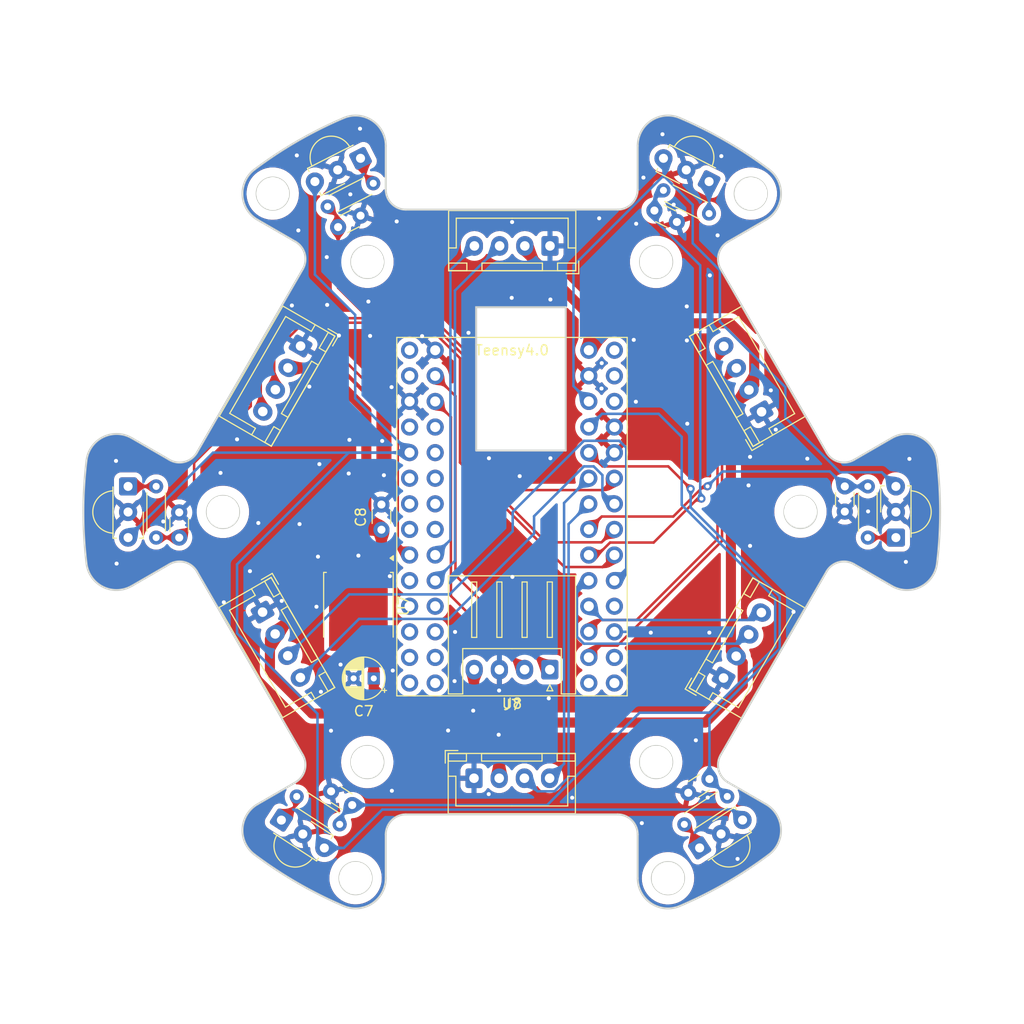
<source format=kicad_pcb>
(kicad_pcb (version 20221018) (generator pcbnew)
  (layers (0 "F.Cu" signal) (31 "B.Cu" signal) (34 "B.Paste" user) (35 "F.Paste" user) (36 "B.SilkS" user "B.Silkscreen") (37 "F.SilkS" user "F.Silkscreen") (38 "B.Mask" user) (39 "F.Mask" user) (44 "Edge.Cuts" user))
  (net 0 "")
  (net 1 "/IR1")
  (net 2 "GND")
  (net 3 "/IR2")
  (net 4 "/IR3")
  (net 5 "/IR4")
  (net 6 "/IR5")
  (net 7 "/IR6")
  (net 8 "+12V")
  (net 9 "+5V")
  (net 10 "/CAM1TX")
  (net 11 "/CAM1RX")
  (net 12 "/CAM2TX")
  (net 13 "/CAM2RX")
  (net 14 "/CAM3TX")
  (net 15 "/CAM3RX")
  (net 16 "/CAM4TX")
  (net 17 "/CAM4RX")
  (net 18 "/CAM5TX")
  (net 19 "/CAM5RX")
  (net 20 "/CAM6TX")
  (net 21 "/CAM6RX")
  (net 22 "/CAMTX")
  (net 23 "/CAMRX")
  (net 24 "Net-(U1-OUT)")
  (net 25 "Net-(U2-OUT)")
  (net 26 "Net-(U3-OUT)")
  (net 27 "Net-(U4-OUT)")
  (net 28 "Net-(U5-OUT)")
  (net 29 "Net-(U6-OUT)")
  (net 30 "+3.3V")
  (footprint "Capacitor_THT:C_Disc_D3.0mm_W1.6mm_P2.50mm" (layer "F.Cu") (at 171.990339 128.097201 -147)
    (fp_text reference "C3" hide)
    (fp_text value "C_Small" hide)
  )
  (footprint "OptoDevice:Vishay_MINICAST-3Pin" (layer "F.Cu") (at 190.491 104.14 90)
    (fp_text reference "U2" hide)
    (fp_text value "TSSP58P38" hide)
  )
  (footprint "Teensy_Breakout:Teensy_Brakeout" (layer "F.Cu") (at 152.4 101.6)
    (fp_text reference "U8")
    (fp_text value "Teensy4.0")
  )
  (footprint "Package_TO_SOT_SMD:TO-252-2" (layer "F.Cu") (at 137.161 110.905 -90)
    (fp_text reference "U7")
    (fp_text value "AZ1084-5.0")
  )
  (footprint "Capacitor_THT:C_Disc_D3.0mm_W1.6mm_P2.50mm" (layer "F.Cu") (at 166.53 71.69 -27)
    (fp_text reference "C1" hide)
    (fp_text value "C_Small" hide)
  )
  (footprint "Resistor_THT:R_Axial_DIN0204_L3.6mm_D1.6mm_P5.08mm_Horizontal" (layer "F.Cu") (at 131.040751 129.82672 -33)
    (fp_text reference "R4" hide)
    (fp_text value "R" hide)
  )
  (footprint "MountingHole:MountingHole_3.2mm_M3" (layer "F.Cu") (at 136.88 137.93)
    (fp_text reference "REF**" hide)
    (fp_text value "MountingHole_3.2mm_M3" hide)
  )
  (footprint "Connector_JST:JST_XH_S4B-XH-A_1x04_P2.50mm_Horizontal" (layer "F.Cu") (at 156.15 117.242 180)
    (fp_text reference "J7")
    (fp_text value "Conn_01x04_Socket")
  )
  (footprint "Capacitor_THT:C_Disc_D3.0mm_W1.6mm_P2.50mm" (layer "F.Cu") (at 139.446 103.358 90)
    (fp_text reference "C8")
    (fp_text value "C")
  )
  (footprint "Resistor_THT:R_Axial_DIN0204_L3.6mm_D1.6mm_P5.08mm_Horizontal" (layer "F.Cu") (at 117.094 99.06 -90)
    (fp_text reference "R5" hide)
    (fp_text value "R" hide)
  )
  (footprint "Resistor_THT:R_Axial_DIN0204_L3.6mm_D1.6mm_P5.08mm_Horizontal" (layer "F.Cu") (at 138.634568 68.988988 -153)
    (fp_text reference "R6" hide)
    (fp_text value "R" hide)
  )
  (footprint "MountingHole:MountingHole_3.2mm_M3" (layer "F.Cu") (at 138.06 76.78)
    (fp_text reference "REF**" hide)
    (fp_text value "MountingHole_3.2mm_M3" hide)
  )
  (footprint "MountingHole:MountingHole_3.2mm_M3" (layer "F.Cu") (at 138.04 126.41)
    (fp_text reference "REF**" hide)
    (fp_text value "MountingHole_3.2mm_M3" hide)
  )
  (footprint "OptoDevice:Vishay_MINICAST-3Pin" (layer "F.Cu") (at 114.309 99.06 -90)
    (fp_text reference "U5" hide)
    (fp_text value "TSSP58P38" hide)
  )
  (footprint "Resistor_THT:R_Axial_DIN0204_L3.6mm_D1.6mm_P5.08mm_Horizontal" (layer "F.Cu") (at 169.498803 132.593486 33)
    (fp_text reference "R3" hide)
    (fp_text value "R" hide)
  )
  (footprint "Connector_JST:JST_XH_B4B-XH-A_1x04_P2.50mm_Vertical" (layer "F.Cu") (at 148.63 128.016)
    (fp_text reference "J4" hide)
    (fp_text value "Conn_01x04_Socket" hide)
  )
  (footprint "Connector_JST:JST_XH_B4B-XH-A_1x04_P2.50mm_Vertical" (layer "F.Cu") (at 177.161927 91.656916 120)
    (fp_text reference "J2" hide)
    (fp_text value "Conn_01x04_Socket" hide)
  )
  (footprint "Connector_JST:JST_XH_B4B-XH-A_1x04_P2.50mm_Vertical" (layer "F.Cu") (at 131.422795 85.135584 -120)
    (fp_text reference "J6" hide)
    (fp_text value "Conn_01x04_Socket" hide)
  )
  (footprint "Capacitor_THT:CP_Radial_D4.0mm_P2.00mm" (layer "F.Cu") (at 138.684 118.11 180)
    (fp_text reference "C7")
    (fp_text value "C")
  )
  (footprint "MountingHole:MountingHole_3.2mm_M3" (layer "F.Cu") (at 123.72 101.59)
    (fp_text reference "REF**" hide)
    (fp_text value "MountingHole_3.2mm_M3" hide)
  )
  (footprint "Capacitor_THT:C_Disc_D3.0mm_W1.6mm_P2.50mm" (layer "F.Cu") (at 119.38 104.14 90)
    (fp_text reference "C5" hide)
    (fp_text value "C_Small" hide)
  )
  (footprint "Capacitor_THT:C_Disc_D3.0mm_W1.6mm_P2.50mm" (layer "F.Cu") (at 136.546242 130.676285 147)
    (fp_text reference "C4" hide)
    (fp_text value "C_Small" hide)
  )
  (footprint "Resistor_THT:R_Axial_DIN0204_L3.6mm_D1.6mm_P5.08mm_Horizontal" (layer "F.Cu") (at 171.95 71.99 153)
    (fp_text reference "R1" hide)
    (fp_text value "R" hide)
  )
  (footprint "Connector_JST:JST_XH_B4B-XH-A_1x04_P2.50mm_Vertical" (layer "F.Cu") (at 173.391927 118.072916 60)
    (fp_text reference "J3" hide)
    (fp_text value "Conn_01x04_Socket" hide)
  )
  (footprint "OptoDevice:Vishay_MINICAST-3Pin" (layer "F.Cu") (at 129.51903 132.169965 -33)
    (fp_text reference "U4" hide)
    (fp_text value "TSSP58P38" hide)
  )
  (footprint "MountingHole:MountingHole_3.2mm_M3" (layer "F.Cu") (at 181.02 101.57)
    (fp_text reference "REF**" hide)
    (fp_text value "MountingHole_3.2mm_M3" hide)
  )
  (footprint "MountingHole:MountingHole_3.2mm_M3" (layer "F.Cu") (at 166.7 76.79)
    (fp_text reference "REF**" hide)
    (fp_text value "MountingHole_3.2mm_M3" hide)
  )
  (footprint "OptoDevice:Vishay_MINICAST-3Pin" (layer "F.Cu") (at 137.370204 66.507535 -153)
    (fp_text reference "U6" hide)
    (fp_text value "TSSP58P38" hide)
  )
  (footprint "MountingHole:MountingHole_3.2mm_M3" (layer "F.Cu") (at 128.66 70.01)
    (fp_text reference "REF**" hide)
    (fp_text value "MountingHole_3.2mm_M3" hide)
  )
  (footprint "OptoDevice:Vishay_MINICAST-3Pin" (layer "F.Cu") (at 171.956109 68.813806 153)
    (fp_text reference "U1" hide)
    (fp_text value "TSSP58P38" hide)
  )
  (footprint "Connector_JST:JST_XH_B4B-XH-A_1x04_P2.50mm_Vertical" (layer "F.Cu") (at 156.17 75.201 180)
    (fp_text reference "J1" hide)
    (fp_text value "Conn_01x04_Socket" hide)
  )
  (footprint "MountingHole:MountingHole_3.2mm_M3" (layer "F.Cu") (at 176.1 70.01)
    (fp_text reference "REF**" hide)
    (fp_text value "MountingHole_3.2mm_M3" hide)
  )
  (footprint "OptoDevice:Vishay_MINICAST-3Pin" (layer "F.Cu") (at 171.015622 134.929184 33)
    (fp_text reference "U3" hide)
    (fp_text value "TSSP58P38" hide)
  )
  (footprint "Resistor_THT:R_Axial_DIN0204_L3.6mm_D1.6mm_P5.08mm_Horizontal" (layer "F.Cu") (at 187.706 104.14 90)
    (fp_text reference "R2" hide)
    (fp_text value "R" hide)
  )
  (footprint "MountingHole:MountingHole_3.2mm_M3" (layer "F.Cu") (at 166.71 126.41)
    (fp_text reference "REF**" hide)
    (fp_text value "MountingHole_3.2mm_M3" hide)
  )
  (footprint "Capacitor_THT:C_Disc_D3.0mm_W1.6mm_P2.50mm" (layer "F.Cu") (at 135.146077 73.3321 27)
    (fp_text reference "C6" hide)
    (fp_text value "C_Small" hide)
  )
  (footprint "Connector_JST:JST_XH_B4B-XH-A_1x04_P2.50mm_Vertical" (layer "F.Cu") (at 127.652795 111.534584 -60)
    (fp_text reference "J5" hide)
    (fp_text value "Conn_01x04_Socket" hide)
  )
  (footprint "MountingHole:MountingHole_3.2mm_M3" (layer "F.Cu") (at 167.88 137.94)
    (fp_text reference "REF**" hide)
    (fp_text value "MountingHole_3.2mm_M3" hide)
  )
  (footprint "Capacitor_THT:C_Disc_D3.0mm_W1.6mm_P2.50mm" (layer "F.Cu") (at 185.42 99.06 -90)
    (fp_text reference "C2" hide)
    (fp_text value "C_Small" hide)
  )
  (gr_arc (start 114.660347 108.940714) (mid 111.819316 109.026219) (end 110.182049 106.702828) (stroke (width 0.2)) (layer "Edge.Cuts"))
  (gr_line (start 139.874611 69.600128) (end 139.874611 65.268324) (stroke (width 0.2)) (layer "Edge.Cuts"))
  (gr_arc (start 126.859265 67.611644) (mid 131.124613 64.794048) (end 135.697396 62.508946) (stroke (width 0.2)) (layer "Edge.Cuts"))
  (gr_circle (center 138.049218 76.787562) (end 136.449219 76.787563) (stroke (width 0.2)) (fill none) (layer "Edge.Cuts"))
  (gr_line (start 141.874611 131.600128) (end 162.874611 131.600129) (stroke (width 0.2)) (layer "Edge.Cuts"))
  (gr_arc (start 121.143848 95.693395) (mid 119.92944 96.625252) (end 118.411801 96.425446) (stroke (width 0.2)) (layer "Edge.Cuts"))
  (gr_line (start 173.105374 125.693397) (end 183.605374 107.506861) (stroke (width 0.2)) (layer "Edge.Cuts"))
  (gr_arc (start 135.697399 140.69131) (mid 131.124613 138.406208) (end 126.859265 135.588609) (stroke (width 0.2)) (layer "Edge.Cuts"))
  (gr_line (start 118.411801 96.425446) (end 114.660346 94.259544) (stroke (width 0.2)) (layer "Edge.Cuts"))
  (gr_arc (start 164.874611 65.268325) (mid 166.221076 62.765159) (end 169.051828 62.508947) (stroke (width 0.2)) (layer "Edge.Cuts"))
  (gr_arc (start 190.088877 94.259544) (mid 192.929914 94.174035) (end 194.567176 96.49743) (stroke (width 0.2)) (layer "Edge.Cuts"))
  (gr_arc (start 169.051828 140.69131) (mid 166.221078 140.435096) (end 164.874611 137.931933) (stroke (width 0.2)) (layer "Edge.Cuts"))
  (gr_circle (center 128.660348 70.010833) (end 127.060347 70.010833) (stroke (width 0.2)) (fill none) (layer "Edge.Cuts"))
  (gr_arc (start 173.105374 77.506863) (mid 172.905571 75.989222) (end 173.837425 74.774809) (stroke (width 0.2)) (layer "Edge.Cuts"))
  (gr_circle (center 138.049 126.412564) (end 136.448999 126.412562) (stroke (width 0.2)) (fill none) (layer "Edge.Cuts"))
  (gr_circle (center 176.088877 70.010833) (end 174.488876 70.010832) (stroke (width 0.2)) (fill none) (layer "Edge.Cuts"))
  (gr_arc (start 110.182049 106.702828) (mid 109.874613 101.600129) (end 110.182049 96.497429) (stroke (width 0.2)) (layer "Edge.Cuts"))
  (gr_line (start 164.874611 133.600129) (end 164.874611 137.931933) (stroke (width 0.2)) (layer "Edge.Cuts"))
  (gr_arc (start 141.874611 71.600128) (mid 140.460399 71.014341) (end 139.874611 69.600128) (stroke (width 0.2)) (layer "Edge.Cuts"))
  (gr_arc (start 169.051828 62.508947) (mid 173.624612 64.794049) (end 177.88996 67.611645) (stroke (width 0.2)) (layer "Edge.Cuts"))
  (gr_line (start 139.874611 137.931932) (end 139.874611 133.600128) (stroke (width 0.2)) (layer "Edge.Cuts"))
  (gr_line (start 190.088877 94.259544) (end 186.337426 96.425446) (stroke (width 0.2)) (layer "Edge.Cuts"))
  (gr_arc (start 177.588878 130.591346) (mid 179.08345 133.009003) (end 177.88996 135.588611) (stroke (width 0.2)) (layer "Edge.Cuts"))
  (gr_line (start 114.660347 108.940714) (end 118.411799 106.774809) (stroke (width 0.2)) (layer "Edge.Cuts"))
  (gr_line (start 164.874611 65.268325) (end 164.874611 69.600129) (stroke (width 0.2)) (layer "Edge.Cuts"))
  (gr_rect (start 148.844 81.28) (end 157.734 95.504) (stroke (width 0.2)) (fill none) (layer "Edge.Cuts"))
  (gr_circle (center 181.025619 101.600258) (end 179.425619 101.600257) (stroke (width 0.2)) (fill none) (layer "Edge.Cuts"))
  (gr_circle (center 166.700227 76.78769) (end 165.100225 76.78769) (stroke (width 0.2)) (fill none) (layer "Edge.Cuts"))
  (gr_arc (start 194.567176 96.49743) (mid 194.874612 101.600129) (end 194.567176 106.702828) (stroke (width 0.2)) (layer "Edge.Cuts"))
  (gr_arc (start 127.160346 72.608908) (mid 125.665772 70.191251) (end 126.859265 67.611644) (stroke (width 0.2)) (layer "Edge.Cuts"))
  (gr_line (start 173.837425 74.774809) (end 177.588878 72.608908) (stroke (width 0.2)) (layer "Edge.Cuts"))
  (gr_line (start 177.588878 130.591346) (end 173.837427 128.425446) (stroke (width 0.2)) (layer "Edge.Cuts"))
  (gr_line (start 121.143848 107.506862) (end 131.643851 125.693397) (stroke (width 0.2)) (layer "Edge.Cuts"))
  (gr_arc (start 194.567176 106.702828) (mid 192.929912 109.026222) (end 190.088877 108.940714) (stroke (width 0.2)) (layer "Edge.Cuts"))
  (gr_arc (start 164.874611 69.600129) (mid 164.288825 71.014344) (end 162.874611 71.600128) (stroke (width 0.2)) (layer "Edge.Cuts"))
  (gr_arc (start 118.411799 106.774809) (mid 119.929442 106.574996) (end 121.143848 107.506862) (stroke (width 0.2)) (layer "Edge.Cuts"))
  (gr_line (start 127.160346 72.608908) (end 130.9118 74.774808) (stroke (width 0.2)) (layer "Edge.Cuts"))
  (gr_line (start 162.874611 71.600128) (end 141.874611 71.600128) (stroke (width 0.2)) (layer "Edge.Cuts"))
  (gr_arc (start 183.605374 107.506861) (mid 184.819787 106.575011) (end 186.337426 106.774808) (stroke (width 0.2)) (layer "Edge.Cuts"))
  (gr_arc (start 135.697396 62.508946) (mid 138.528149 62.76516) (end 139.874611 65.268324) (stroke (width 0.2)) (layer "Edge.Cuts"))
  (gr_arc (start 177.88996 67.611645) (mid 179.083447 70.191254) (end 177.588878 72.608908) (stroke (width 0.2)) (layer "Edge.Cuts"))
  (gr_circle (center 136.874612 137.931934) (end 135.274612 137.931933) (stroke (width 0.2)) (fill none) (layer "Edge.Cuts"))
  (gr_line (start 183.605374 95.693395) (end 173.105374 77.506863) (stroke (width 0.2)) (layer "Edge.Cuts"))
  (gr_arc (start 126.859265 135.588609) (mid 125.66578 133.009004) (end 127.160346 130.591347) (stroke (width 0.2)) (layer "Edge.Cuts"))
  (gr_arc (start 139.874611 137.931932) (mid 138.528146 140.43509) (end 135.697399 140.69131) (stroke (width 0.2)) (layer "Edge.Cuts"))
  (gr_circle (center 167.874613 137.931934) (end 166.274611 137.931932) (stroke (width 0.2)) (fill none) (layer "Edge.Cuts"))
  (gr_arc (start 131.643851 125.693397) (mid 131.843674 127.211049) (end 130.9118 128.425446) (stroke (width 0.2)) (layer "Edge.Cuts"))
  (gr_line (start 130.9118 128.425446) (end 127.160346 130.591347) (stroke (width 0.2)) (layer "Edge.Cuts"))
  (gr_line (start 186.337426 106.774808) (end 190.088877 108.940714) (stroke (width 0.2)) (layer "Edge.Cuts"))
  (gr_arc (start 186.337426 96.425446) (mid 184.819787 96.625247) (end 183.605374 95.693395) (stroke (width 0.2)) (layer "Edge.Cuts"))
  (gr_arc (start 173.837427 128.425446) (mid 172.905575 127.211035) (end 173.105374 125.693397) (stroke (width 0.2)) (layer "Edge.Cuts"))
  (gr_arc (start 110.182049 96.497429) (mid 111.819313 94.174033) (end 114.660346 94.259544) (stroke (width 0.2)) (layer "Edge.Cuts"))
  (gr_arc (start 162.874611 131.600129) (mid 164.288825 132.185915) (end 164.874611 133.600129) (stroke (width 0.2)) (layer "Edge.Cuts"))
  (gr_arc (start 139.874611 133.600128) (mid 140.460398 132.185915) (end 141.874611 131.600128) (stroke (width 0.2)) (layer "Edge.Cuts"))
  (gr_line (start 131.643851 77.506863) (end 121.143848 95.693395) (stroke (width 0.2)) (layer "Edge.Cuts"))
  (gr_arc (start 130.9118 74.774808) (mid 131.843652 75.989222) (end 131.643851 77.506863) (stroke (width 0.2)) (layer "Edge.Cuts"))
  (gr_circle (center 123.723604 101.600003) (end 122.123604 101.6) (stroke (width 0.2)) (fill none) (layer "Edge.Cuts"))
  (gr_arc (start 177.88996 135.588611) (mid 173.624612 138.406207) (end 169.051828 140.69131) (stroke (width 0.2)) (layer "Edge.Cuts"))
  (gr_circle (center 166.700007 126.412692) (end 165.100007 126.412692) (stroke (width 0.2)) (fill none) (layer "Edge.Cuts"))
  (segment (start 162.13 104.63) (end 166.456396 104.63) (width 0.25) (layer "F.Cu") (net 1))
  (segment (start 166.456396 104.63) (end 170.808743 100.277653) (width 0.25) (layer "F.Cu") (net 1))
  (segment (start 170.808743 100.277653) (end 171.197653 100.277653) (width 0.25) (layer "F.Cu") (net 1))
  (segment (start 160.02 105.87) (end 160.89 105.87) (width 0.25) (layer "F.Cu") (net 1))
  (segment (start 160.89 105.87) (end 162.13 104.63) (width 0.25) (layer "F.Cu") (net 1))
  (via (at 171.197653 100.277653) (size 0.8) (drill 0.4) (layers "F.Cu" "B.Cu") (net 1))
  (segment (start 166.53 70.577415) (end 166.53 71.69) (width 0.25) (layer "B.Cu") (net 1))
  (segment (start 171.075 100.155) (end 171.075 77.123721) (width 0.25) (layer "B.Cu") (net 1))
  (segment (start 166.53 72.578721) (end 166.53 71.69) (width 0.25) (layer "B.Cu") (net 1))
  (segment (start 171.197653 100.277653) (end 171.075 100.155) (width 0.25) (layer "B.Cu") (net 1))
  (segment (start 167.423687 69.683728) (end 166.53 70.577415) (width 0.25) (layer "B.Cu") (net 1))
  (segment (start 171.075 77.123721) (end 166.53 72.578721) (width 0.25) (layer "B.Cu") (net 1))
  (via (at 153.162 98.044) (size 0.8) (drill 0.4) (layers "F.Cu" "B.Cu") (net 2))
  (via (at 169.79 92.84) (size 0.8) (drill 0.4) (layers "F.Cu" "B.Cu") (net 2))
  (via (at 173.17 66.29) (size 0.8) (drill 0.4) (layers "F.Cu" "B.Cu") (net 2))
  (via (at 178.08 89.53) (size 0.8) (drill 0.4) (layers "F.Cu" "B.Cu") (net 2))
  (via (at 138.32 84.13) (size 0.8) (drill 0.4) (layers "F.Cu" "B.Cu") (net 2))
  (via (at 158.37 129.95) (size 0.8) (drill 0.4) (layers "F.Cu" "B.Cu") (net 2))
  (via (at 136.2 97.78) (size 0.8) (drill 0.4) (layers "F.Cu" "B.Cu") (net 2))
  (via (at 174.78 136.02) (size 0.8) (drill 0.4) (layers "F.Cu" "B.Cu") (net 2))
  (via (at 152.41 72.83) (size 0.8) (drill 0.4) (layers "F.Cu" "B.Cu") (net 2))
  (via (at 135.23 84.09) (size 0.8) (drill 0.4) (layers "F.Cu" "B.Cu") (net 2))
  (via (at 156.21 96.266) (size 0.8) (drill 0.4) (layers "F.Cu" "B.Cu") (net 2))
  (via (at 181.7 96.31) (size 0.8) (drill 0.4) (layers "F.Cu" "B.Cu") (net 2))
  (via (at 130.56 81.11) (size 0.8) (drill 0.4) (layers "F.Cu" "B.Cu") (net 2))
  (via (at 156.21 80.518) (size 0.8) (drill 0.4) (layers "F.Cu" "B.Cu") (net 2))
  (via (at 131.05 66.22) (size 0.8) (drill 0.4) (layers "F.Cu" "B.Cu") (net 2))
  (via (at 140.96 72.77) (size 0.8) (drill 0.4) (layers "F.Cu" "B.Cu") (net 2))
  (via (at 169.74 81.2) (size 0.8) (drill 0.4) (layers "F.Cu" "B.Cu") (net 2))
  (via (at 127.23 102.69) (size 0.8) (drill 0.4) (layers "F.Cu" "B.Cu") (net 2))
  (via (at 140.28 107.97) (size 0.8) (drill 0.4) (layers "F.Cu" "B.Cu") (net 2))
  (via (at 133.15 106.03) (size 0.8) (drill 0.4) (layers "F.Cu" "B.Cu") (net 2))
  (via (at 131.32 102.8) (size 0.8) (drill 0.4) (layers "F.Cu" "B.Cu") (net 2))
  (via (at 150.114 96.266) (size 0.8) (drill 0.4) (layers "F.Cu" "B.Cu") (net 2))
  (via (at 146.7 118.38) (size 0.8) (drill 0.4) (layers "F.Cu" "B.Cu") (net 2))
  (via (at 146.06 123.28) (size 0.8) (drill 0.4) (layers "F.Cu" "B.Cu") (net 2))
  (via (at 161.3 86.83) (size 0.8) (drill 0.4) (layers "F.Cu" "B.Cu") (net 2))
  (via (at 148.55 121.31) (size 0.8) (drill 0.4) (layers "F.Cu" "B.Cu") (net 2))
  (via (at 171.82 129.93) (size 0.8) (drill 0.4) (layers "F.Cu" "B.Cu") (net 2))
  (via (at 133.29 96.85) (size 0.8) (drill 0.4) (layers "F.Cu" "B.Cu") (net 2))
  (via (at 176.02 96.13) (size 0.8) (drill 0.4) (layers "F.Cu" "B.Cu") (net 2))
  (via (at 113.17 106.72) (size 0.8) (drill 0.4) (layers "F.Cu" "B.Cu") (net 2))
  (via (at 176.02 104.96) (size 0.8) (drill 0.4) (layers "F.Cu" "B.Cu") (net 2))
  (via (at 129.55 110.42) (size 0.8) (drill 0.4) (layers "F.Cu" "B.Cu") (net 2))
  (via (at 161.28 89.35) (size 0.8) (drill 0.4) (layers "F.Cu" "B.Cu") (net 2))
  (via (at 131.2 73.66) (size 0.8) (drill 0.4) (layers "F.Cu" "B.Cu") (net 2))
  (via (at 148.082 83.82) (size 0.8) (drill 0.4) (layers "F.Cu" "B.Cu") (net 2))
  (via (at 123.48 97.72) (size 0.8) (drill 0.4) (layers "F.Cu" "B.Cu") (net 2))
  (via (at 168.44 71.11) (size 0.8) (drill 0.4) (layers "F.Cu" "B.Cu") (net 2))
  (via (at 165.44 68.42) (size 0.8) (drill 0.4) (layers "F.Cu" "B.Cu") (net 2))
  (via (at 178.57 93.43) (size 0.8) (drill 0.4) (layers "F.Cu" "B.Cu") (net 2))
  (via (at 164.72 73) (size 0.8) (drill 0.4) (layers "F.Cu" "B.Cu") (net 2))
  (via (at 113.11 96.53) (size 0.8) (drill 0.4) (layers "F.Cu" "B.Cu") (net 2))
  (via (at 123.81 110.56) (size 0.8) (drill 0.4) (layers "F.Cu" "B.Cu") (net 2))
  (via (at 134.44 123.3) (size 0.8) (drill 0.4) (layers "F.Cu" "B.Cu") (net 2))
  (via (at 191.83 96.33) (size 0.8) (drill 0.4) (layers "F.Cu" "B.Cu") (net 2))
  (via (at 132.29 89.16) (size 0.8) (drill 0.4) (layers "F.Cu" "B.Cu") (net 2))
  (via (at 140.48 129.26) (size 0.8) (drill 0.4) (layers "F.Cu" "B.Cu") (net 2))
  (via (at 191.48 106.55) (size 0.8) (drill 0.4) (layers "F.Cu" "B.Cu") (net 2))
  (via (at 136.36 70.08) (size 0.8) (drill 0.4) (layers "F.Cu" "B.Cu") (net 2))
  (via (at 171.98 113.57) (size 0.8) (drill 0.4) (layers "F.Cu" "B.Cu") (net 2))
  (via (at 151.08 123.7) (size 0.8) (drill 0.4) (layers "F.Cu" "B.Cu") (net 2))
  (via (at 172.8 74.15) (size 0.8) (drill 0.4) (layers "F.Cu" "B.Cu") (net 2))
  (via (at 139.52 94.55) (size 0.8) (drill 0.4) (layers "F.Cu" "B.Cu") (net 2))
  (via (at 152.37 80.35) (size 0.8) (drill 0.4) (layers "F.Cu" "B.Cu") (net 2))
  (via (at 180.33 111.51) (size 0.8) (drill 0.4) (layers "F.Cu" "B.Cu") (net 2))
  (via (at 161.05 72.46) (size 0.8) (drill 0.4) (layers "F.Cu" "B.Cu") (net 2))
  (via (at 133.44 119.44) (size 0.8) (drill 0.4) (layers "F.Cu" "B.Cu") (net 2))
  (via (at 175.87 98.96) (size 0.8) (drill 0.4) (layers "F.Cu" "B.Cu") (net 2))
  (via (at 138.15 80.72) (size 0.8) (drill 0.4) (layers "F.Cu" "B.Cu") (net 2))
  (via (at 135.39 116.74) (size 0.8) (drill 0.4) (layers "F.Cu" "B.Cu") (net 2))
  (via (at 164.48 84.52) (size 0.8) (drill 0.4) (layers "F.Cu" "B.Cu") (net 2))
  (via (at 139.69 97.95) (size 0.8) (drill 0.4) (layers "F.Cu" "B.Cu") (net 2))
  (via (at 133 111) (size 0.8) (drill 0.4) (layers "F.Cu" "B.Cu") (net 2))
  (via (at 140.57 117.33) (size 0.8) (drill 0.4) (layers "F.Cu" "B.Cu") (net 2))
  (via (at 164.69 90.66) (size 0.8) (drill 0.4) (layers "F.Cu" "B.Cu") (net 2))
  (via (at 150.09 129.59) (size 0.8) (drill 0.4) (layers "F.Cu" "B.Cu") (net 2))
  (via (at 187.73 101.54) (size 0.8) (drill 0.4) (layers "F.Cu" "B.Cu") (net 2))
  (via (at 125.12 94.39) (size 0.8) (drill 0.4) (layers "F.Cu" "B.Cu") (net 2))
  (via (at 137.16 105.93) (size 0.8) (drill 0.4) (layers "F.Cu" "B.Cu") (net 2))
  (via (at 169.75 84.58) (size 0.8) (drill 0.4) (layers "F.Cu" "B.Cu") (net 2))
  (via (at 167.33 64.12) (size 0.8) (drill 0.4) (layers "F.Cu" "B.Cu") (net 2))
  (via (at 172.03 78.12) (size 0.8) (drill 0.4) (layers "F.Cu" "B.Cu") (net 2))
  (via (at 146.75 113.5) (size 0.8) (drill 0.4) (layers "F.Cu" "B.Cu") (net 2))
  (via (at 140.45 89.21) (size 0.8) (drill 0.4) (layers "F.Cu" "B.Cu") (net 2))
  (via (at 117.8 102.54) (size 0.8) (drill 0.4) (layers "F.Cu" "B.Cu") (net 2))
  (via (at 156.05 120.09) (size 0.8) (drill 0.4) (layers "F.Cu" "B.Cu") (net 2))
  (via (at 134.02 76.31) (size 0.8) (drill 0.4) (layers "F.Cu" "B.Cu") (net 2))
  (via (at 137.32 63.57) (size 0.8) (drill 0.4) (layers "F.Cu" "B.Cu") (net 2))
  (via (at 126.4 107.47) (size 0.8) (drill 0.4) (layers "F.Cu" "B.Cu") (net 2))
  (via (at 143.48 84.15) (size 0.8) (drill 0.4) (layers "F.Cu" "B.Cu") (net 2))
  (via (at 134.06 81.05) (size 0.8) (drill 0.4) (layers "F.Cu" "B.Cu") (net 2))
  (via (at 151.12 119.31) (size 0.8) (drill 0.4) (layers "F.Cu" "B.Cu") (net 2))
  (via (at 170.64 124.25) (size 0.8) (drill 0.4) (layers "F.Cu" "B.Cu") (net 2))
  (via (at 166.17 113.57) (size 0.8) (drill 0.4) (layers "F.Cu" "B.Cu") (net 2))
  (via (at 152.44 108.04) (size 0.8) (drill 0.4) (layers "F.Cu" "B.Cu") (net 2))
  (via (at 136.27 94.44) (size 0.8) (drill 0.4) (layers "F.Cu" "B.Cu") (net 2))
  (via (at 165.28 132.47) (size 0.8) (drill 0.4) (layers "F.Cu" "B.Cu") (net 2))
  (segment (start 166.09 113.49) (end 166.17 113.57) (width 0.25) (layer "B.Cu") (net 2))
  (segment (start 162.56 113.49) (end 166.09 113.49) (width 0.25) (layer "B.Cu") (net 2))
  (segment (start 171.4 99.05) (end 168.4 102.05) (width 0.25) (layer "F.Cu") (net 3))
  (segment (start 168.4 102.05) (end 161.3 102.05) (width 0.25) (layer "F.Cu") (net 3))
  (segment (start 171.8 99.05) (end 171.4 99.05) (width 0.25) (layer "F.Cu") (net 3))
  (segment (start 161.3 102.05) (end 160.02 103.33) (width 0.25) (layer "F.Cu") (net 3))
  (via (at 171.8 99.05) (size 0.8) (drill 0.4) (layers "F.Cu" "B.Cu") (net 3))
  (segment (start 171.8 99.05) (end 173.27 97.58) (width 0.25) (layer "B.Cu") (net 3))
  (segment (start 183.94 97.58) (end 185.42 99.06) (width 0.25) (layer "B.Cu") (net 3))
  (segment (start 187.706 99.06) (end 185.42 99.06) (width 0.25) (layer "B.Cu") (net 3))
  (segment (start 173.27 97.58) (end 183.94 97.58) (width 0.25) (layer "B.Cu") (net 3))
  (segment (start 161.385 97.075) (end 167.905 97.075) (width 0.25) (layer "F.Cu") (net 4))
  (segment (start 160.02 95.71) (end 161.385 97.075) (width 0.25) (layer "F.Cu") (net 4))
  (segment (start 167.905 97.075) (end 170.127347 99.297347) (width 0.25) (layer "F.Cu") (net 4))
  (segment (start 173.759249 129.82672) (end 173.719858 129.82672) (width 0.25) (layer "F.Cu") (net 4))
  (via (at 170.127347 99.297347) (size 0.8) (drill 0.4) (layers "F.Cu" "B.Cu") (net 4))
  (segment (start 178.96111 109.984714) (end 178.96111 115.167129) (width 0.25) (layer "B.Cu") (net 4))
  (segment (start 171.990339 122.1379) (end 171.990339 128.097201) (width 0.25) (layer "B.Cu") (net 4))
  (segment (start 172.02973 128.097201) (end 173.759249 129.82672) (width 0.25) (layer "B.Cu") (net 4))
  (segment (start 171.990339 128.097201) (end 172.02973 128.097201) (width 0.25) (layer "B.Cu") (net 4))
  (segment (start 170.127347 101.150951) (end 178.96111 109.984714) (width 0.25) (layer "B.Cu") (net 4))
  (segment (start 178.96111 115.167129) (end 171.990339 122.1379) (width 0.25) (layer "B.Cu") (net 4))
  (segment (start 170.127347 99.297347) (end 170.127347 101.150951) (width 0.25) (layer "B.Cu") (net 4))
  (segment (start 173.759249 129.82672) (end 173.719858 129.82672) (width 0.25) (layer "B.Cu") (net 4))
  (segment (start 178.51111 110.17111) (end 169.24 100.9) (width 0.25) (layer "B.Cu") (net 5))
  (segment (start 136.546242 130.676285) (end 155.892812 130.676285) (width 0.25) (layer "B.Cu") (net 5))
  (segment (start 165.059097 121.51) (end 171.981843 121.51) (width 0.25) (layer "B.Cu") (net 5))
  (segment (start 169.24 100.9) (end 169.24 94.15) (width 0.25) (layer "B.Cu") (net 5))
  (segment (start 169.24 94.15) (end 166.95 91.86) (width 0.25) (layer "B.Cu") (net 5))
  (segment (start 135.301197 131.92133) (end 136.546242 130.676285) (width 0.25) (layer "B.Cu") (net 5))
  (segment (start 171.981843 121.51) (end 178.51111 114.980733) (width 0.25) (layer "B.Cu") (net 5))
  (segment (start 155.892812 130.676285) (end 165.059097 121.51) (width 0.25) (layer "B.Cu") (net 5))
  (segment (start 166.95 91.86) (end 161.33 91.86) (width 0.25) (layer "B.Cu") (net 5))
  (segment (start 161.33 91.86) (end 160.02 93.17) (width 0.25) (layer "B.Cu") (net 5))
  (segment (start 178.51111 114.980733) (end 178.51111 110.17111) (width 0.25) (layer "B.Cu") (net 5))
  (segment (start 135.301197 132.593486) (end 135.301197 131.92133) (width 0.25) (layer "B.Cu") (net 5))
  (segment (start 147.69 86.153604) (end 147.69 96.507604) (width 0.25) (layer "F.Cu") (net 6))
  (segment (start 126.48 91.096757) (end 126.48 86.778587) (width 0.25) (layer "F.Cu") (net 6))
  (segment (start 117.094 104.14) (end 119.38 104.14) (width 0.25) (layer "F.Cu") (net 6))
  (segment (start 130.888587 82.37) (end 143.906396 82.37) (width 0.25) (layer "F.Cu") (net 6))
  (segment (start 147.69 96.507604) (end 155.792396 104.61) (width 0.25) (layer "F.Cu") (net 6))
  (segment (start 143.906396 82.37) (end 147.69 86.153604) (width 0.25) (layer "F.Cu") (net 6))
  (segment (start 161.28 104.61) (end 162.56 103.33) (width 0.25) (layer "F.Cu") (net 6))
  (segment (start 126.48 86.778587) (end 130.888587 82.37) (width 0.25) (layer "F.Cu") (net 6))
  (segment (start 120.86 102.66) (end 120.86 96.716757) (width 0.25) (layer "F.Cu") (net 6))
  (segment (start 119.38 104.14) (end 120.86 102.66) (width 0.25) (layer "F.Cu") (net 6))
  (segment (start 120.86 96.716757) (end 126.48 91.096757) (width 0.25) (layer "F.Cu") (net 6))
  (segment (start 155.792396 104.61) (end 161.28 104.61) (width 0.25) (layer "F.Cu") (net 6))
  (segment (start 135.146077 72.333082) (end 134.108255 71.29526) (width 0.25) (layer "F.Cu") (net 7))
  (segment (start 162.56 98.25) (end 161.385 99.425) (width 0.25) (layer "F.Cu") (net 7))
  (segment (start 151.243792 99.425) (end 148.14 96.321208) (width 0.25) (layer "F.Cu") (net 7))
  (segment (start 161.385 99.425) (end 151.243792 99.425) (width 0.25) (layer "F.Cu") (net 7))
  (segment (start 137.71 81.92) (end 135.146077 79.356077) (width 0.25) (layer "F.Cu") (net 7))
  (segment (start 135.146077 79.356077) (end 135.146077 73.3321) (width 0.25) (layer "F.Cu") (net 7))
  (segment (start 135.146077 73.3321) (end 135.146077 72.333082) (width 0.25) (layer "F.Cu") (net 7))
  (segment (start 148.14 85.967208) (end 144.092792 81.92) (width 0.25) (layer "F.Cu") (net 7))
  (segment (start 144.092792 81.92) (end 137.71 81.92) (width 0.25) (layer "F.Cu") (net 7))
  (segment (start 148.14 96.321208) (end 148.14 85.967208) (width 0.25) (layer "F.Cu") (net 7))
  (segment (start 138.686 113.84) (end 138.686 118.108) (width 1) (layer "F.Cu") (net 8))
  (segment (start 139.954 120.396) (end 147.066 120.396) (width 1) (layer "F.Cu") (net 8))
  (segment (start 138.684 118.11) (end 138.684 116.888) (width 1) (layer "F.Cu") (net 8))
  (segment (start 137.161 114.591) (end 137.161 112.165) (width 1) (layer "F.Cu") (net 8))
  (segment (start 138.684 118.11) (end 138.684 119.126) (width 1) (layer "F.Cu") (net 8))
  (segment (start 148.65 118.812) (end 148.65 117.242) (width 1) (layer "F.Cu") (net 8))
  (segment (start 138.684 119.126) (end 139.954 120.396) (width 1) (layer "F.Cu") (net 8))
  (segment (start 138.684 118.11) (end 138.684 116.114) (width 1) (layer "F.Cu") (net 8))
  (segment (start 138.686 118.108) (end 138.684 118.11) (width 1) (layer "F.Cu") (net 8))
  (segment (start 138.684 116.114) (end 137.161 114.591) (width 1) (layer "F.Cu") (net 8))
  (segment (start 147.066 120.396) (end 148.65 118.812) (width 1) (layer "F.Cu") (net 8))
  (segment (start 138.684 116.888) (end 135.636 113.84) (width 1) (layer "F.Cu") (net 8))
  (segment (start 160.02 85.55) (end 160.02 82.042) (width 1) (layer "F.Cu") (net 9))
  (segment (start 137.946 101.858) (end 137.946 101.882) (width 1) (layer "F.Cu") (net 9))
  (segment (start 137.946 101.858) (end 137.92 101.884) (width 1) (layer "F.Cu") (net 9))
  (segment (start 132.566 121.596) (end 146.685 121.596) (width 1) (layer "F.Cu") (net 9))
  (segment (start 133.432 103.358) (end 136.47 103.358) (width 1) (layer "F.Cu") (net 9))
  (segment (start 133.680648 87.300648) (end 130.172795 87.300648) (width 1) (layer "F.Cu") (net 9))
  (segment (start 131.45 105.34) (end 133.432 103.358) (width 1) (layer "F.Cu") (net 9))
  (segment (start 174.120319 115.386244) (end 174.120319 91.28346) (width 1) (layer "F.Cu") (net 9))
  (segment (start 174.641927 115.907852) (end 174.120319 115.386244) (width 1) (layer "F.Cu") (net 9))
  (segment (start 128.902795 113.699648) (end 131.45 111.152443) (width 1) (layer "F.Cu") (net 9))
  (segment (start 175.29 118.78) (end 175.29 116.555925) (width 1) (layer "F.Cu") (net 9))
  (segment (start 128.381187 117.411187) (end 132.566 121.596) (width 1) (layer "F.Cu") (net 9))
  (segment (start 160.08 82.88) (end 160.02 82.94) (width 1) (layer "F.Cu") (net 9))
  (segment (start 137.946 101.858) (end 137.946 91.566) (width 1) (layer "F.Cu") (net 9))
  (segment (start 163.06 82.88) (end 160.98 82.88) (width 1) (layer "F.Cu") (net 9))
  (segment (start 139.446 103.358) (end 137.946 101.858) (width 1) (layer "F.Cu") (net 9))
  (segment (start 162.69 82.88) (end 161.57 84) (width 1) (layer "F.Cu") (net 9))
  (segment (start 151.13 126.041) (end 154.681 122.49) (width 1) (layer "F.Cu") (net 9))
  (segment (start 137.92 103.358) (end 139.446 103.358) (width 1) (layer "F.Cu") (net 9))
  (segment (start 174.120319 91.28346) (end 175.911927 89.491852) (width 1) (layer "F.Cu") (net 9))
  (segment (start 137.946 91.566) (end 133.680648 87.300648) (width 1) (layer "F.Cu") (net 9))
  (segment (start 160.02 84.074) (end 160.02 85.55) (width 1) (layer "F.Cu") (net 9))
  (segment (start 154.681 122.49) (end 171.58 122.49) (width 1) (layer "F.Cu") (net 9))
  (segment (start 175.911927 89.491852) (end 176.433535 88.970244) (width 1) (layer "F.Cu") (net 9))
  (segment (start 161.57 84) (end 160.725 84.845) (width 1) (layer "F.Cu") (net 9))
  (segment (start 153.67 75.692) (end 153.67 75.201) (width 1) (layer "F.Cu") (net 9))
  (segment (start 176.433535 85.233535) (end 174.08 82.88) (width 1) (layer "F.Cu") (net 9))
  (segment (start 174.08 82.88) (end 163.06 82.88) (width 1) (layer "F.Cu") (net 9))
  (segment (start 160.98 82.88) (end 160.08 82.88) (width 1) (layer "F.Cu") (net 9))
  (segment (start 171.58 122.49) (end 175.29 118.78) (width 1) (layer "F.Cu") (net 9))
  (segment (start 139.441 103.363) (end 139.446 103.358) (width 1) (layer "F.Cu") (net 9))
  (segment (start 146.685 121.596) (end 151.13 126.041) (width 1) (layer "F.Cu") (net 9))
  (segment (start 151.13 126.041) (end 151.13 128.016) (width 1) (layer "F.Cu") (net 9))
  (segment (start 160.02 82.042) (end 157.607 79.629) (width 1) (layer "F.Cu") (net 9))
  (segment (start 137.92 101.884) (end 137.92 103.358) (width 1) (layer "F.Cu") (net 9))
  (segment (start 160.02 82.94) (end 160.02 85.55) (width 1) (layer "F.Cu") (net 9))
  (segment (start 160.98 84.59) (end 160.02 85.55) (width 1) (layer "F.Cu") (net 9))
  (segment (start 137.946 101.882) (end 136.47 103.358) (width 1) (layer "F.Cu") (net 9))
  (segment (start 128.381187 114.221256) (end 128.381187 117.411187) (width 1) (layer "F.Cu") (net 9))
  (segment (start 163.06 82.88) (end 162.69 82.88) (width 1) (layer "F.Cu") (net 9))
  (segment (start 176.433535 88.970244) (end 176.433535 85.233535) (width 1) (layer "F.Cu") (net 9))
  (segment (start 131.45 111.152443) (end 131.45 105.34) (width 1) (layer "F.Cu") (net 9))
  (segment (start 158.11 80.132) (end 153.67 75.692) (width 1) (layer "F.Cu") (net 9))
  (segment (start 175.29 116.555925) (end 174.641927 115.907852) (width 1) (layer "F.Cu") (net 9))
  (segment (start 161.57 84) (end 160.02 85.55) (width 1) (layer "F.Cu") (net 9))
  (segment (start 139.441 105.865) (end 139.441 103.363) (width 1) (layer "F.Cu") (net 9))
  (segment (start 128.902795 113.699648) (end 128.381187 114.221256) (width 1) (layer "F.Cu") (net 9))
  (segment (start 136.47 103.358) (end 137.92 103.358) (width 1) (layer "F.Cu") (net 9))
  (segment (start 160.98 82.88) (end 160.98 84.59) (width 1) (layer "F.Cu") (net 9))
  (segment (start 151.17 75.201) (end 146.74 79.631) (width 0.25) (layer "B.Cu") (net 10))
  (segment (start 146.74 79.631) (end 146.74 106.45) (width 0.25) (layer "B.Cu") (net 10))
  (segment (start 146.74 106.45) (end 144.78 108.41) (width 0.25) (layer "B.Cu") (net 10))
  (segment (start 144.78 105.87) (end 146.29 104.36) (width 0.25) (layer "B.Cu") (net 11))
  (segment (start 146.29 77.581) (end 148.67 75.201) (width 0.25) (layer "B.Cu") (net 11))
  (segment (start 146.29 104.36) (end 146.29 77.581) (width 0.25) (layer "B.Cu") (net 11))
  (segment (start 173.24 104.471701) (end 162.856701 114.855) (width 0.25) (layer "F.Cu") (net 12))
  (segment (start 173.24 88.748716) (end 173.24 104.471701) (width 0.25) (layer "F.Cu") (net 12))
  (segment (start 174.661927 87.326789) (end 173.24 88.748716) (width 0.25) (layer "F.Cu") (net 12))
  (segment (start 161.195 114.855) (end 160.02 116.03) (width 0.25) (layer "F.Cu") (net 12))
  (segment (start 162.856701 114.855) (end 161.195 114.855) (width 0.25) (layer "F.Cu") (net 12))
  (segment (start 164.760305 112.315) (end 161.195 112.315) (width 0.25) (layer "F.Cu") (net 13))
  (segment (start 172.79 104.285305) (end 164.760305 112.315) (width 0.25) (layer "F.Cu") (net 13))
  (segment (start 173.411927 85.161725) (end 172.79 85.783652) (width 0.25) (layer "F.Cu") (net 13))
  (segment (start 161.195 112.315) (end 160.02 113.49) (width 0.25) (layer "F.Cu") (net 13))
  (segment (start 172.79 85.783652) (end 172.79 104.285305) (width 0.25) (layer "F.Cu") (net 13))
  (segment (start 174.969716 114.665) (end 159.533299 114.665) (width 0.25) (layer "B.Cu") (net 14))
  (segment (start 158.845 113.976701) (end 158.845 109.585) (width 0.25) (layer "B.Cu") (net 14))
  (segment (start 175.891927 113.742789) (end 174.969716 114.665) (width 0.25) (layer "B.Cu") (net 14))
  (segment (start 159.533299 114.665) (end 158.845 113.976701) (width 0.25) (layer "B.Cu") (net 14))
  (segment (start 158.845 109.585) (end 160.02 108.41) (width 0.25) (layer "B.Cu") (net 14))
  (segment (start 177.141927 111.577725) (end 176.404652 112.315) (width 0.25) (layer "B.Cu") (net 15))
  (segment (start 161.385 112.315) (end 160.02 110.95) (width 0.25) (layer "B.Cu") (net 15))
  (segment (start 176.404652 112.315) (end 161.385 112.315) (width 0.25) (layer "B.Cu") (net 15))
  (segment (start 160.02 100.79) (end 158.0169 102.7931) (width 0.25) (layer "B.Cu") (net 16))
  (segment (start 158.0169 102.7931) (end 158.0169 127.915801) (width 0.25) (layer "B.Cu") (net 16))
  (segment (start 156.616701 129.316) (end 154.93 129.316) (width 0.25) (layer "B.Cu") (net 16))
  (segment (start 154.93 129.316) (end 153.63 128.016) (width 0.25) (layer "B.Cu") (net 16))
  (segment (start 158.0169 127.915801) (end 156.616701 129.316) (width 0.25) (layer "B.Cu") (net 16))
  (segment (start 157.5669 126.5791) (end 157.5669 100.7031) (width 0.25) (layer "B.Cu") (net 17))
  (segment (start 156.13 128.016) (end 157.5669 126.5791) (width 0.25) (layer "B.Cu") (net 17))
  (segment (start 157.5669 100.7031) (end 160.02 98.25) (width 0.25) (layer "B.Cu") (net 17))
  (segment (start 163.735 95.223299) (end 163.735 107.235) (width 0.25) (layer "B.Cu") (net 18))
  (segment (start 130.152795 115.864711) (end 136.242506 109.775) (width 0.25) (layer "B.Cu") (net 18))
  (segment (start 136.242506 109.775) (end 146.196903 109.775) (width 0.25) (layer "B.Cu") (net 18))
  (segment (start 146.196903 109.775) (end 152.47 103.501903) (width 0.25) (layer "B.Cu") (net 18))
  (segment (start 163.046701 94.535) (end 163.735 95.223299) (width 0.25) (layer "B.Cu") (net 18))
  (segment (start 152.47 101.598299) (end 159.533299 94.535) (width 0.25) (layer "B.Cu") (net 18))
  (segment (start 152.47 103.501903) (end 152.47 101.598299) (width 0.25) (layer "B.Cu") (net 18))
  (segment (start 159.533299 94.535) (end 163.046701 94.535) (width 0.25) (layer "B.Cu") (net 18))
  (segment (start 163.735 107.235) (end 162.56 108.41) (width 0.25) (layer "B.Cu") (net 18))
  (segment (start 161.37 99.6) (end 162.56 100.79) (width 0.25) (layer "B.Cu") (net 19))
  (segment (start 161.37 97.938299) (end 161.37 99.6) (width 0.25) (layer "B.Cu") (net 19))
  (segment (start 137.22257 112.21) (end 146.13 112.21) (width 0.25) (layer "B.Cu") (net 19))
  (segment (start 154.59 102.018299) (end 159.533299 97.075) (width 0.25) (layer "B.Cu") (net 19))
  (segment (start 160.506701 97.075) (end 161.37 97.938299) (width 0.25) (layer "B.Cu") (net 19))
  (segment (start 146.13 112.21) (end 154.59 103.75) (width 0.25) (layer "B.Cu") (net 19))
  (segment (start 131.402795 118.029775) (end 137.22257 112.21) (width 0.25) (layer "B.Cu") (net 19))
  (segment (start 159.533299 97.075) (end 160.506701 97.075) (width 0.25) (layer "B.Cu") (net 19))
  (segment (start 154.59 103.75) (end 154.59 102.018299) (width 0.25) (layer "B.Cu") (net 19))
  (segment (start 128.803612 85.727767) (end 131.261379 83.27) (width 0.25) (layer "F.Cu") (net 20))
  (segment (start 132.49 83.27) (end 141.065 91.845) (width 0.25) (layer "F.Cu") (net 20))
  (segment (start 131.261379 83.27) (end 132.49 83.27) (width 0.25) (layer "F.Cu") (net 20))
  (segment (start 141.065 104.695) (end 142.24 105.87) (width 0.25) (layer "F.Cu") (net 20))
  (segment (start 128.803612 89.346528) (end 128.803612 85.727767) (width 0.25) (layer "F.Cu") (net 20))
  (segment (start 128.922795 89.465711) (end 128.803612 89.346528) (width 0.25) (layer "F.Cu") (net 20))
  (segment (start 141.065 91.845) (end 141.065 104.695) (width 0.25) (layer "F.Cu") (net 20))
  (segment (start 147.24 96.694) (end 157.606 107.06) (width 0.25) (layer "F.Cu") (net 21))
  (segment (start 147.24 86.34) (end 147.24 96.694) (width 0.25) (layer "F.Cu") (net 21))
  (segment (start 127.672795 91.630775) (end 127.47 91.42798) (width 0.25) (layer "F.Cu") (net 21))
  (segment (start 131.074983 82.82) (end 143.72 82.82) (width 0.25) (layer "F.Cu") (net 21))
  (segment (start 127.47 91.42798) (end 127.47 86.424983) (width 0.25) (layer "F.Cu") (net 21))
  (segment (start 157.606 107.06) (end 161.37 107.06) (width 0.25) (layer "F.Cu") (net 21))
  (segment (start 143.72 82.82) (end 147.24 86.34) (width 0.25) (layer "F.Cu") (net 21))
  (segment (start 161.37 107.06) (end 162.56 105.87) (width 0.25) (layer "F.Cu") (net 21))
  (segment (start 127.47 86.424983) (end 131.074983 82.82) (width 0.25) (layer "F.Cu") (net 21))
  (segment (start 146.79 107.882) (end 146.79 90.1) (width 0.25) (layer "F.Cu") (net 22))
  (segment (start 156.15 117.242) (end 146.79 107.882) (width 0.25) (layer "F.Cu") (net 22))
  (segment (start 146.79 90.1) (end 144.78 88.09) (width 0.25) (layer "F.Cu") (net 22))
  (segment (start 146.34 109.932) (end 146.34 92.19) (width 0.25) (layer "F.Cu") (net 23))
  (segment (start 153.65 117.242) (end 146.34 109.932) (width 0.25) (layer "F.Cu") (net 23))
  (segment (start 146.34 92.19) (end 144.78 90.63) (width 0.25) (layer "F.Cu") (net 23))
  (segment (start 171.95 68.819915) (end 171.956109 68.813806) (width 0.25) (layer "B.Cu") (net 24))
  (segment (start 171.95 71.99) (end 171.95 68.819915) (width 0.25) (layer "B.Cu") (net 24))
  (segment (start 190.491 104.14) (end 187.706 104.14) (width 0.25) (layer "F.Cu") (net 25))
  (segment (start 171.015622 134.110305) (end 171.015622 134.929184) (width 0.25) (layer "F.Cu") (net 26))
  (segment (start 169.498803 132.593486) (end 171.015622 134.110305) (width 0.25) (layer "F.Cu") (net 26))
  (segment (start 129.51903 132.169965) (end 131.040751 130.648244) (width 0.25) (layer "F.Cu") (net 27))
  (segment (start 131.040751 130.648244) (end 131.040751 129.82672) (width 0.25) (layer "F.Cu") (net 27))
  (segment (start 114.309 99.06) (end 117.094 99.06) (width 0.25) (layer "F.Cu") (net 28))
  (segment (start 137.370204 67.724624) (end 138.634568 68.988988) (width 0.25) (layer "F.Cu") (net 29))
  (segment (start 137.370204 66.507535) (end 137.370204 67.724624) (width 0.25) (layer "F.Cu") (net 29))
  (segment (start 132.843891 78.043891) (end 136.84 82.04) (width 0.25) (layer "B.Cu") (net 30))
  (segment (start 170.33 74.93) (end 170.33 71.128254) (width 0.25) (layer "B.Cu") (net 30))
  (segment (start 173.025985 77.619359) (end 170.336626 74.93) (width 0.25) (layer "B.Cu") (net 30))
  (segment (start 179.52 92.23) (end 179.52 89.21) (width 0.25) (layer "B.Cu") (net 30))
  (segment (start 189.091 97.66) (end 184.95 97.66) (width 0.25) (layer "B.Cu") (net 30))
  (segment (start 125.12 113.638286) (end 125.12 106.79) (width 0.25) (layer "B.Cu") (net 30))
  (segment (start 184.95 97.66) (end 179.52 92.23) (width 0.25) (layer "B.Cu") (net 30))
  (segment (start 133.779476 134.936731) (end 135.713269 134.936731) (width 0.25) (layer "B.Cu") (net 30))
  (segment (start 179.52 89.21) (end 173.025985 82.715985) (width 0.25) (layer "B.Cu") (net 30))
  (segment (start 114.309 104.14) (end 122.739 95.71) (width 0.25) (layer "B.Cu") (net 30))
  (segment (start 173.025985 82.715985) (end 173.025985 77.619359) (width 0.25) (layer "B.Cu") (net 30))
  (segment (start 136.84 90.31) (end 142.24 95.71) (width 0.25) (layer "B.Cu") (net 30))
  (segment (start 125.12 106.79) (end 136.2 95.71) (width 0.25) (layer "B.Cu") (net 30))
  (segment (start 133.1 121.618286) (end 125.12 113.638286) (width 0.25) (layer "B.Cu") (net 30))
  (segment (start 122.739 95.71) (end 142.24 95.71) (width 0.25) (layer "B.Cu") (net 30))
  (segment (start 133.779476 134.936731) (end 133.1 134.257255) (width 0.25) (layer "B.Cu") (net 30))
  (segment (start 170.336626 74.93) (end 170.33 74.93) (width 0.25) (layer "B.Cu") (net 30))
  (segment (start 158.5 89.11) (end 160.02 90.63) (width 0.25) (layer "B.Cu") (net 30))
  (segment (start 139.523715 131.126285) (end 174.239935 131.126285) (width 0.25) (layer "B.Cu") (net 30))
  (segment (start 132.843891 68.813807) (end 132.843891 78.043891) (width 0.25) (layer "B.Cu") (net 30))
  (segment (start 135.713269 134.936731) (end 139.523715 131.126285) (width 0.25) (layer "B.Cu") (net 30))
  (segment (start 170.33 71.128254) (end 167.429796 68.22805) (width 0.25) (layer "B.Cu") (net 30))
  (segment (start 133.1 134.257255) (end 133.1 121.618286) (width 0.25) (layer "B.Cu") (net 30))
  (segment (start 136.84 82.04) (end 136.84 90.31) (width 0.25) (layer "B.Cu") (net 30))
  (segment (start 167.429796 68.22805) (end 158.5 77.157846) (width 0.25) (layer "B.Cu") (net 30))
  (segment (start 136.2 95.71) (end 142.24 95.71) (width 0.25) (layer "B.Cu") (net 30))
  (segment (start 158.5 77.157846) (end 158.5 89.11) (width 0.25) (layer "B.Cu") (net 30))
  (segment (start 190.491 99.06) (end 189.091 97.66) (width 0.25) (layer "B.Cu") (net 30))
  (segment (start 167.429796 66.507534) (end 167.429796 68.22805) (width 0.25) (layer "B.Cu") (net 30))
  (segment (start 174.239935 131.126285) (end 175.276068 132.162418) (width 0.25) (layer "B.Cu") (net 30))
  (zone (net 2) (net_name "GND") (layers "F&B.Cu") (connect_pads (clearance 0.5)) (min_thickness 0.25) (fill yes (thermal_gap 0.5) (thermal_bridge_width 0.5))
    (polygon (pts (xy 101.6 50.8) (xy 101.6 152.4) (xy 203.2 152.4) (xy 203.2 50.8)))
  )
)
</source>
